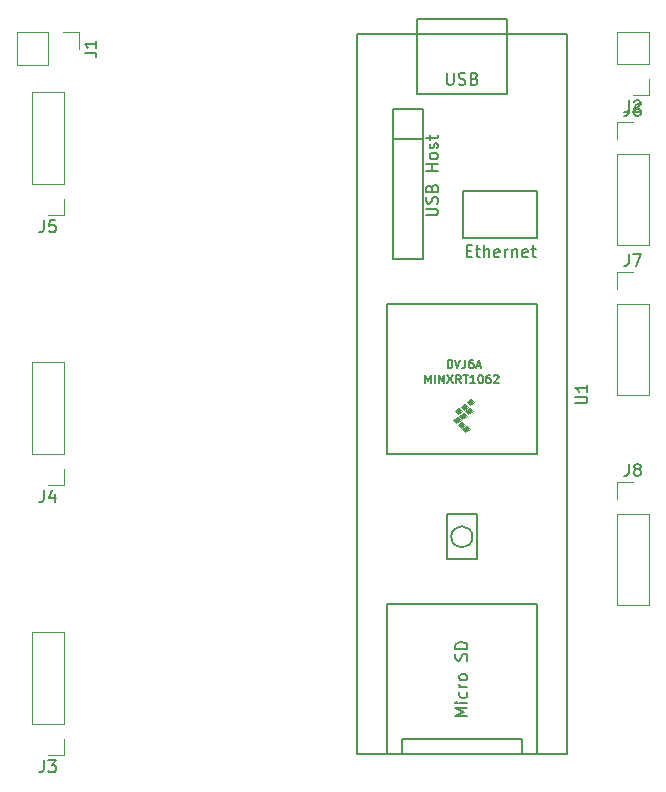
<source format=gbr>
%TF.GenerationSoftware,KiCad,Pcbnew,9.0.2*%
%TF.CreationDate,2025-07-16T11:30:41+01:00*%
%TF.ProjectId,High Tech Fidget Spinner,48696768-2054-4656-9368-204669646765,rev?*%
%TF.SameCoordinates,Original*%
%TF.FileFunction,Legend,Top*%
%TF.FilePolarity,Positive*%
%FSLAX46Y46*%
G04 Gerber Fmt 4.6, Leading zero omitted, Abs format (unit mm)*
G04 Created by KiCad (PCBNEW 9.0.2) date 2025-07-16 11:30:41*
%MOMM*%
%LPD*%
G01*
G04 APERTURE LIST*
%ADD10C,0.150000*%
%ADD11C,0.120000*%
%ADD12C,0.100000*%
G04 APERTURE END LIST*
D10*
X36496666Y-43744819D02*
X36496666Y-44459104D01*
X36496666Y-44459104D02*
X36449047Y-44601961D01*
X36449047Y-44601961D02*
X36353809Y-44697200D01*
X36353809Y-44697200D02*
X36210952Y-44744819D01*
X36210952Y-44744819D02*
X36115714Y-44744819D01*
X37449047Y-43744819D02*
X36972857Y-43744819D01*
X36972857Y-43744819D02*
X36925238Y-44221009D01*
X36925238Y-44221009D02*
X36972857Y-44173390D01*
X36972857Y-44173390D02*
X37068095Y-44125771D01*
X37068095Y-44125771D02*
X37306190Y-44125771D01*
X37306190Y-44125771D02*
X37401428Y-44173390D01*
X37401428Y-44173390D02*
X37449047Y-44221009D01*
X37449047Y-44221009D02*
X37496666Y-44316247D01*
X37496666Y-44316247D02*
X37496666Y-44554342D01*
X37496666Y-44554342D02*
X37449047Y-44649580D01*
X37449047Y-44649580D02*
X37401428Y-44697200D01*
X37401428Y-44697200D02*
X37306190Y-44744819D01*
X37306190Y-44744819D02*
X37068095Y-44744819D01*
X37068095Y-44744819D02*
X36972857Y-44697200D01*
X36972857Y-44697200D02*
X36925238Y-44649580D01*
X81494019Y-59232704D02*
X82303542Y-59232704D01*
X82303542Y-59232704D02*
X82398780Y-59185085D01*
X82398780Y-59185085D02*
X82446400Y-59137466D01*
X82446400Y-59137466D02*
X82494019Y-59042228D01*
X82494019Y-59042228D02*
X82494019Y-58851752D01*
X82494019Y-58851752D02*
X82446400Y-58756514D01*
X82446400Y-58756514D02*
X82398780Y-58708895D01*
X82398780Y-58708895D02*
X82303542Y-58661276D01*
X82303542Y-58661276D02*
X81494019Y-58661276D01*
X82494019Y-57661276D02*
X82494019Y-58232704D01*
X82494019Y-57946990D02*
X81494019Y-57946990D01*
X81494019Y-57946990D02*
X81636876Y-58042228D01*
X81636876Y-58042228D02*
X81732114Y-58137466D01*
X81732114Y-58137466D02*
X81779733Y-58232704D01*
X70675866Y-56246833D02*
X70675866Y-55546833D01*
X70675866Y-55546833D02*
X70842533Y-55546833D01*
X70842533Y-55546833D02*
X70942533Y-55580166D01*
X70942533Y-55580166D02*
X71009200Y-55646833D01*
X71009200Y-55646833D02*
X71042533Y-55713500D01*
X71042533Y-55713500D02*
X71075866Y-55846833D01*
X71075866Y-55846833D02*
X71075866Y-55946833D01*
X71075866Y-55946833D02*
X71042533Y-56080166D01*
X71042533Y-56080166D02*
X71009200Y-56146833D01*
X71009200Y-56146833D02*
X70942533Y-56213500D01*
X70942533Y-56213500D02*
X70842533Y-56246833D01*
X70842533Y-56246833D02*
X70675866Y-56246833D01*
X71275866Y-55546833D02*
X71509200Y-56246833D01*
X71509200Y-56246833D02*
X71742533Y-55546833D01*
X72175866Y-55546833D02*
X72175866Y-56046833D01*
X72175866Y-56046833D02*
X72142533Y-56146833D01*
X72142533Y-56146833D02*
X72075866Y-56213500D01*
X72075866Y-56213500D02*
X71975866Y-56246833D01*
X71975866Y-56246833D02*
X71909200Y-56246833D01*
X72809199Y-55546833D02*
X72675866Y-55546833D01*
X72675866Y-55546833D02*
X72609199Y-55580166D01*
X72609199Y-55580166D02*
X72575866Y-55613500D01*
X72575866Y-55613500D02*
X72509199Y-55713500D01*
X72509199Y-55713500D02*
X72475866Y-55846833D01*
X72475866Y-55846833D02*
X72475866Y-56113500D01*
X72475866Y-56113500D02*
X72509199Y-56180166D01*
X72509199Y-56180166D02*
X72542533Y-56213500D01*
X72542533Y-56213500D02*
X72609199Y-56246833D01*
X72609199Y-56246833D02*
X72742533Y-56246833D01*
X72742533Y-56246833D02*
X72809199Y-56213500D01*
X72809199Y-56213500D02*
X72842533Y-56180166D01*
X72842533Y-56180166D02*
X72875866Y-56113500D01*
X72875866Y-56113500D02*
X72875866Y-55946833D01*
X72875866Y-55946833D02*
X72842533Y-55880166D01*
X72842533Y-55880166D02*
X72809199Y-55846833D01*
X72809199Y-55846833D02*
X72742533Y-55813500D01*
X72742533Y-55813500D02*
X72609199Y-55813500D01*
X72609199Y-55813500D02*
X72542533Y-55846833D01*
X72542533Y-55846833D02*
X72509199Y-55880166D01*
X72509199Y-55880166D02*
X72475866Y-55946833D01*
X73142533Y-56046833D02*
X73475866Y-56046833D01*
X73075866Y-56246833D02*
X73309200Y-55546833D01*
X73309200Y-55546833D02*
X73542533Y-56246833D01*
X68795866Y-57516833D02*
X68795866Y-56816833D01*
X68795866Y-56816833D02*
X69029200Y-57316833D01*
X69029200Y-57316833D02*
X69262533Y-56816833D01*
X69262533Y-56816833D02*
X69262533Y-57516833D01*
X69595866Y-57516833D02*
X69595866Y-56816833D01*
X69929199Y-57516833D02*
X69929199Y-56816833D01*
X69929199Y-56816833D02*
X70162533Y-57316833D01*
X70162533Y-57316833D02*
X70395866Y-56816833D01*
X70395866Y-56816833D02*
X70395866Y-57516833D01*
X70662533Y-56816833D02*
X71129199Y-57516833D01*
X71129199Y-56816833D02*
X70662533Y-57516833D01*
X71795866Y-57516833D02*
X71562533Y-57183500D01*
X71395866Y-57516833D02*
X71395866Y-56816833D01*
X71395866Y-56816833D02*
X71662533Y-56816833D01*
X71662533Y-56816833D02*
X71729200Y-56850166D01*
X71729200Y-56850166D02*
X71762533Y-56883500D01*
X71762533Y-56883500D02*
X71795866Y-56950166D01*
X71795866Y-56950166D02*
X71795866Y-57050166D01*
X71795866Y-57050166D02*
X71762533Y-57116833D01*
X71762533Y-57116833D02*
X71729200Y-57150166D01*
X71729200Y-57150166D02*
X71662533Y-57183500D01*
X71662533Y-57183500D02*
X71395866Y-57183500D01*
X71995866Y-56816833D02*
X72395866Y-56816833D01*
X72195866Y-57516833D02*
X72195866Y-56816833D01*
X72995866Y-57516833D02*
X72595866Y-57516833D01*
X72795866Y-57516833D02*
X72795866Y-56816833D01*
X72795866Y-56816833D02*
X72729199Y-56916833D01*
X72729199Y-56916833D02*
X72662533Y-56983500D01*
X72662533Y-56983500D02*
X72595866Y-57016833D01*
X73429200Y-56816833D02*
X73495866Y-56816833D01*
X73495866Y-56816833D02*
X73562533Y-56850166D01*
X73562533Y-56850166D02*
X73595866Y-56883500D01*
X73595866Y-56883500D02*
X73629200Y-56950166D01*
X73629200Y-56950166D02*
X73662533Y-57083500D01*
X73662533Y-57083500D02*
X73662533Y-57250166D01*
X73662533Y-57250166D02*
X73629200Y-57383500D01*
X73629200Y-57383500D02*
X73595866Y-57450166D01*
X73595866Y-57450166D02*
X73562533Y-57483500D01*
X73562533Y-57483500D02*
X73495866Y-57516833D01*
X73495866Y-57516833D02*
X73429200Y-57516833D01*
X73429200Y-57516833D02*
X73362533Y-57483500D01*
X73362533Y-57483500D02*
X73329200Y-57450166D01*
X73329200Y-57450166D02*
X73295866Y-57383500D01*
X73295866Y-57383500D02*
X73262533Y-57250166D01*
X73262533Y-57250166D02*
X73262533Y-57083500D01*
X73262533Y-57083500D02*
X73295866Y-56950166D01*
X73295866Y-56950166D02*
X73329200Y-56883500D01*
X73329200Y-56883500D02*
X73362533Y-56850166D01*
X73362533Y-56850166D02*
X73429200Y-56816833D01*
X74262533Y-56816833D02*
X74129200Y-56816833D01*
X74129200Y-56816833D02*
X74062533Y-56850166D01*
X74062533Y-56850166D02*
X74029200Y-56883500D01*
X74029200Y-56883500D02*
X73962533Y-56983500D01*
X73962533Y-56983500D02*
X73929200Y-57116833D01*
X73929200Y-57116833D02*
X73929200Y-57383500D01*
X73929200Y-57383500D02*
X73962533Y-57450166D01*
X73962533Y-57450166D02*
X73995867Y-57483500D01*
X73995867Y-57483500D02*
X74062533Y-57516833D01*
X74062533Y-57516833D02*
X74195867Y-57516833D01*
X74195867Y-57516833D02*
X74262533Y-57483500D01*
X74262533Y-57483500D02*
X74295867Y-57450166D01*
X74295867Y-57450166D02*
X74329200Y-57383500D01*
X74329200Y-57383500D02*
X74329200Y-57216833D01*
X74329200Y-57216833D02*
X74295867Y-57150166D01*
X74295867Y-57150166D02*
X74262533Y-57116833D01*
X74262533Y-57116833D02*
X74195867Y-57083500D01*
X74195867Y-57083500D02*
X74062533Y-57083500D01*
X74062533Y-57083500D02*
X73995867Y-57116833D01*
X73995867Y-57116833D02*
X73962533Y-57150166D01*
X73962533Y-57150166D02*
X73929200Y-57216833D01*
X74595867Y-56883500D02*
X74629200Y-56850166D01*
X74629200Y-56850166D02*
X74695867Y-56816833D01*
X74695867Y-56816833D02*
X74862534Y-56816833D01*
X74862534Y-56816833D02*
X74929200Y-56850166D01*
X74929200Y-56850166D02*
X74962534Y-56883500D01*
X74962534Y-56883500D02*
X74995867Y-56950166D01*
X74995867Y-56950166D02*
X74995867Y-57016833D01*
X74995867Y-57016833D02*
X74962534Y-57116833D01*
X74962534Y-57116833D02*
X74562534Y-57516833D01*
X74562534Y-57516833D02*
X74995867Y-57516833D01*
X72334019Y-85719847D02*
X71334019Y-85719847D01*
X71334019Y-85719847D02*
X72048304Y-85386514D01*
X72048304Y-85386514D02*
X71334019Y-85053181D01*
X71334019Y-85053181D02*
X72334019Y-85053181D01*
X72334019Y-84576990D02*
X71667352Y-84576990D01*
X71334019Y-84576990D02*
X71381638Y-84624609D01*
X71381638Y-84624609D02*
X71429257Y-84576990D01*
X71429257Y-84576990D02*
X71381638Y-84529371D01*
X71381638Y-84529371D02*
X71334019Y-84576990D01*
X71334019Y-84576990D02*
X71429257Y-84576990D01*
X72286400Y-83672229D02*
X72334019Y-83767467D01*
X72334019Y-83767467D02*
X72334019Y-83957943D01*
X72334019Y-83957943D02*
X72286400Y-84053181D01*
X72286400Y-84053181D02*
X72238780Y-84100800D01*
X72238780Y-84100800D02*
X72143542Y-84148419D01*
X72143542Y-84148419D02*
X71857828Y-84148419D01*
X71857828Y-84148419D02*
X71762590Y-84100800D01*
X71762590Y-84100800D02*
X71714971Y-84053181D01*
X71714971Y-84053181D02*
X71667352Y-83957943D01*
X71667352Y-83957943D02*
X71667352Y-83767467D01*
X71667352Y-83767467D02*
X71714971Y-83672229D01*
X72334019Y-83243657D02*
X71667352Y-83243657D01*
X71857828Y-83243657D02*
X71762590Y-83196038D01*
X71762590Y-83196038D02*
X71714971Y-83148419D01*
X71714971Y-83148419D02*
X71667352Y-83053181D01*
X71667352Y-83053181D02*
X71667352Y-82957943D01*
X72334019Y-82481752D02*
X72286400Y-82576990D01*
X72286400Y-82576990D02*
X72238780Y-82624609D01*
X72238780Y-82624609D02*
X72143542Y-82672228D01*
X72143542Y-82672228D02*
X71857828Y-82672228D01*
X71857828Y-82672228D02*
X71762590Y-82624609D01*
X71762590Y-82624609D02*
X71714971Y-82576990D01*
X71714971Y-82576990D02*
X71667352Y-82481752D01*
X71667352Y-82481752D02*
X71667352Y-82338895D01*
X71667352Y-82338895D02*
X71714971Y-82243657D01*
X71714971Y-82243657D02*
X71762590Y-82196038D01*
X71762590Y-82196038D02*
X71857828Y-82148419D01*
X71857828Y-82148419D02*
X72143542Y-82148419D01*
X72143542Y-82148419D02*
X72238780Y-82196038D01*
X72238780Y-82196038D02*
X72286400Y-82243657D01*
X72286400Y-82243657D02*
X72334019Y-82338895D01*
X72334019Y-82338895D02*
X72334019Y-82481752D01*
X72286400Y-81005561D02*
X72334019Y-80862704D01*
X72334019Y-80862704D02*
X72334019Y-80624609D01*
X72334019Y-80624609D02*
X72286400Y-80529371D01*
X72286400Y-80529371D02*
X72238780Y-80481752D01*
X72238780Y-80481752D02*
X72143542Y-80434133D01*
X72143542Y-80434133D02*
X72048304Y-80434133D01*
X72048304Y-80434133D02*
X71953066Y-80481752D01*
X71953066Y-80481752D02*
X71905447Y-80529371D01*
X71905447Y-80529371D02*
X71857828Y-80624609D01*
X71857828Y-80624609D02*
X71810209Y-80815085D01*
X71810209Y-80815085D02*
X71762590Y-80910323D01*
X71762590Y-80910323D02*
X71714971Y-80957942D01*
X71714971Y-80957942D02*
X71619733Y-81005561D01*
X71619733Y-81005561D02*
X71524495Y-81005561D01*
X71524495Y-81005561D02*
X71429257Y-80957942D01*
X71429257Y-80957942D02*
X71381638Y-80910323D01*
X71381638Y-80910323D02*
X71334019Y-80815085D01*
X71334019Y-80815085D02*
X71334019Y-80576990D01*
X71334019Y-80576990D02*
X71381638Y-80434133D01*
X72334019Y-80005561D02*
X71334019Y-80005561D01*
X71334019Y-80005561D02*
X71334019Y-79767466D01*
X71334019Y-79767466D02*
X71381638Y-79624609D01*
X71381638Y-79624609D02*
X71476876Y-79529371D01*
X71476876Y-79529371D02*
X71572114Y-79481752D01*
X71572114Y-79481752D02*
X71762590Y-79434133D01*
X71762590Y-79434133D02*
X71905447Y-79434133D01*
X71905447Y-79434133D02*
X72095923Y-79481752D01*
X72095923Y-79481752D02*
X72191161Y-79529371D01*
X72191161Y-79529371D02*
X72286400Y-79624609D01*
X72286400Y-79624609D02*
X72334019Y-79767466D01*
X72334019Y-79767466D02*
X72334019Y-80005561D01*
X70617295Y-31255619D02*
X70617295Y-32065142D01*
X70617295Y-32065142D02*
X70664914Y-32160380D01*
X70664914Y-32160380D02*
X70712533Y-32208000D01*
X70712533Y-32208000D02*
X70807771Y-32255619D01*
X70807771Y-32255619D02*
X70998247Y-32255619D01*
X70998247Y-32255619D02*
X71093485Y-32208000D01*
X71093485Y-32208000D02*
X71141104Y-32160380D01*
X71141104Y-32160380D02*
X71188723Y-32065142D01*
X71188723Y-32065142D02*
X71188723Y-31255619D01*
X71617295Y-32208000D02*
X71760152Y-32255619D01*
X71760152Y-32255619D02*
X71998247Y-32255619D01*
X71998247Y-32255619D02*
X72093485Y-32208000D01*
X72093485Y-32208000D02*
X72141104Y-32160380D01*
X72141104Y-32160380D02*
X72188723Y-32065142D01*
X72188723Y-32065142D02*
X72188723Y-31969904D01*
X72188723Y-31969904D02*
X72141104Y-31874666D01*
X72141104Y-31874666D02*
X72093485Y-31827047D01*
X72093485Y-31827047D02*
X71998247Y-31779428D01*
X71998247Y-31779428D02*
X71807771Y-31731809D01*
X71807771Y-31731809D02*
X71712533Y-31684190D01*
X71712533Y-31684190D02*
X71664914Y-31636571D01*
X71664914Y-31636571D02*
X71617295Y-31541333D01*
X71617295Y-31541333D02*
X71617295Y-31446095D01*
X71617295Y-31446095D02*
X71664914Y-31350857D01*
X71664914Y-31350857D02*
X71712533Y-31303238D01*
X71712533Y-31303238D02*
X71807771Y-31255619D01*
X71807771Y-31255619D02*
X72045866Y-31255619D01*
X72045866Y-31255619D02*
X72188723Y-31303238D01*
X72950628Y-31731809D02*
X73093485Y-31779428D01*
X73093485Y-31779428D02*
X73141104Y-31827047D01*
X73141104Y-31827047D02*
X73188723Y-31922285D01*
X73188723Y-31922285D02*
X73188723Y-32065142D01*
X73188723Y-32065142D02*
X73141104Y-32160380D01*
X73141104Y-32160380D02*
X73093485Y-32208000D01*
X73093485Y-32208000D02*
X72998247Y-32255619D01*
X72998247Y-32255619D02*
X72617295Y-32255619D01*
X72617295Y-32255619D02*
X72617295Y-31255619D01*
X72617295Y-31255619D02*
X72950628Y-31255619D01*
X72950628Y-31255619D02*
X73045866Y-31303238D01*
X73045866Y-31303238D02*
X73093485Y-31350857D01*
X73093485Y-31350857D02*
X73141104Y-31446095D01*
X73141104Y-31446095D02*
X73141104Y-31541333D01*
X73141104Y-31541333D02*
X73093485Y-31636571D01*
X73093485Y-31636571D02*
X73045866Y-31684190D01*
X73045866Y-31684190D02*
X72950628Y-31731809D01*
X72950628Y-31731809D02*
X72617295Y-31731809D01*
X72298656Y-46336809D02*
X72631989Y-46336809D01*
X72774846Y-46860619D02*
X72298656Y-46860619D01*
X72298656Y-46860619D02*
X72298656Y-45860619D01*
X72298656Y-45860619D02*
X72774846Y-45860619D01*
X73060561Y-46193952D02*
X73441513Y-46193952D01*
X73203418Y-45860619D02*
X73203418Y-46717761D01*
X73203418Y-46717761D02*
X73251037Y-46813000D01*
X73251037Y-46813000D02*
X73346275Y-46860619D01*
X73346275Y-46860619D02*
X73441513Y-46860619D01*
X73774847Y-46860619D02*
X73774847Y-45860619D01*
X74203418Y-46860619D02*
X74203418Y-46336809D01*
X74203418Y-46336809D02*
X74155799Y-46241571D01*
X74155799Y-46241571D02*
X74060561Y-46193952D01*
X74060561Y-46193952D02*
X73917704Y-46193952D01*
X73917704Y-46193952D02*
X73822466Y-46241571D01*
X73822466Y-46241571D02*
X73774847Y-46289190D01*
X75060561Y-46813000D02*
X74965323Y-46860619D01*
X74965323Y-46860619D02*
X74774847Y-46860619D01*
X74774847Y-46860619D02*
X74679609Y-46813000D01*
X74679609Y-46813000D02*
X74631990Y-46717761D01*
X74631990Y-46717761D02*
X74631990Y-46336809D01*
X74631990Y-46336809D02*
X74679609Y-46241571D01*
X74679609Y-46241571D02*
X74774847Y-46193952D01*
X74774847Y-46193952D02*
X74965323Y-46193952D01*
X74965323Y-46193952D02*
X75060561Y-46241571D01*
X75060561Y-46241571D02*
X75108180Y-46336809D01*
X75108180Y-46336809D02*
X75108180Y-46432047D01*
X75108180Y-46432047D02*
X74631990Y-46527285D01*
X75536752Y-46860619D02*
X75536752Y-46193952D01*
X75536752Y-46384428D02*
X75584371Y-46289190D01*
X75584371Y-46289190D02*
X75631990Y-46241571D01*
X75631990Y-46241571D02*
X75727228Y-46193952D01*
X75727228Y-46193952D02*
X75822466Y-46193952D01*
X76155800Y-46193952D02*
X76155800Y-46860619D01*
X76155800Y-46289190D02*
X76203419Y-46241571D01*
X76203419Y-46241571D02*
X76298657Y-46193952D01*
X76298657Y-46193952D02*
X76441514Y-46193952D01*
X76441514Y-46193952D02*
X76536752Y-46241571D01*
X76536752Y-46241571D02*
X76584371Y-46336809D01*
X76584371Y-46336809D02*
X76584371Y-46860619D01*
X77441514Y-46813000D02*
X77346276Y-46860619D01*
X77346276Y-46860619D02*
X77155800Y-46860619D01*
X77155800Y-46860619D02*
X77060562Y-46813000D01*
X77060562Y-46813000D02*
X77012943Y-46717761D01*
X77012943Y-46717761D02*
X77012943Y-46336809D01*
X77012943Y-46336809D02*
X77060562Y-46241571D01*
X77060562Y-46241571D02*
X77155800Y-46193952D01*
X77155800Y-46193952D02*
X77346276Y-46193952D01*
X77346276Y-46193952D02*
X77441514Y-46241571D01*
X77441514Y-46241571D02*
X77489133Y-46336809D01*
X77489133Y-46336809D02*
X77489133Y-46432047D01*
X77489133Y-46432047D02*
X77012943Y-46527285D01*
X77774848Y-46193952D02*
X78155800Y-46193952D01*
X77917705Y-45860619D02*
X77917705Y-46717761D01*
X77917705Y-46717761D02*
X77965324Y-46813000D01*
X77965324Y-46813000D02*
X78060562Y-46860619D01*
X78060562Y-46860619D02*
X78155800Y-46860619D01*
X68844819Y-43314523D02*
X69654342Y-43314523D01*
X69654342Y-43314523D02*
X69749580Y-43266904D01*
X69749580Y-43266904D02*
X69797200Y-43219285D01*
X69797200Y-43219285D02*
X69844819Y-43124047D01*
X69844819Y-43124047D02*
X69844819Y-42933571D01*
X69844819Y-42933571D02*
X69797200Y-42838333D01*
X69797200Y-42838333D02*
X69749580Y-42790714D01*
X69749580Y-42790714D02*
X69654342Y-42743095D01*
X69654342Y-42743095D02*
X68844819Y-42743095D01*
X69797200Y-42314523D02*
X69844819Y-42171666D01*
X69844819Y-42171666D02*
X69844819Y-41933571D01*
X69844819Y-41933571D02*
X69797200Y-41838333D01*
X69797200Y-41838333D02*
X69749580Y-41790714D01*
X69749580Y-41790714D02*
X69654342Y-41743095D01*
X69654342Y-41743095D02*
X69559104Y-41743095D01*
X69559104Y-41743095D02*
X69463866Y-41790714D01*
X69463866Y-41790714D02*
X69416247Y-41838333D01*
X69416247Y-41838333D02*
X69368628Y-41933571D01*
X69368628Y-41933571D02*
X69321009Y-42124047D01*
X69321009Y-42124047D02*
X69273390Y-42219285D01*
X69273390Y-42219285D02*
X69225771Y-42266904D01*
X69225771Y-42266904D02*
X69130533Y-42314523D01*
X69130533Y-42314523D02*
X69035295Y-42314523D01*
X69035295Y-42314523D02*
X68940057Y-42266904D01*
X68940057Y-42266904D02*
X68892438Y-42219285D01*
X68892438Y-42219285D02*
X68844819Y-42124047D01*
X68844819Y-42124047D02*
X68844819Y-41885952D01*
X68844819Y-41885952D02*
X68892438Y-41743095D01*
X69321009Y-40981190D02*
X69368628Y-40838333D01*
X69368628Y-40838333D02*
X69416247Y-40790714D01*
X69416247Y-40790714D02*
X69511485Y-40743095D01*
X69511485Y-40743095D02*
X69654342Y-40743095D01*
X69654342Y-40743095D02*
X69749580Y-40790714D01*
X69749580Y-40790714D02*
X69797200Y-40838333D01*
X69797200Y-40838333D02*
X69844819Y-40933571D01*
X69844819Y-40933571D02*
X69844819Y-41314523D01*
X69844819Y-41314523D02*
X68844819Y-41314523D01*
X68844819Y-41314523D02*
X68844819Y-40981190D01*
X68844819Y-40981190D02*
X68892438Y-40885952D01*
X68892438Y-40885952D02*
X68940057Y-40838333D01*
X68940057Y-40838333D02*
X69035295Y-40790714D01*
X69035295Y-40790714D02*
X69130533Y-40790714D01*
X69130533Y-40790714D02*
X69225771Y-40838333D01*
X69225771Y-40838333D02*
X69273390Y-40885952D01*
X69273390Y-40885952D02*
X69321009Y-40981190D01*
X69321009Y-40981190D02*
X69321009Y-41314523D01*
X69844819Y-39552618D02*
X68844819Y-39552618D01*
X69321009Y-39552618D02*
X69321009Y-38981190D01*
X69844819Y-38981190D02*
X68844819Y-38981190D01*
X69844819Y-38362142D02*
X69797200Y-38457380D01*
X69797200Y-38457380D02*
X69749580Y-38504999D01*
X69749580Y-38504999D02*
X69654342Y-38552618D01*
X69654342Y-38552618D02*
X69368628Y-38552618D01*
X69368628Y-38552618D02*
X69273390Y-38504999D01*
X69273390Y-38504999D02*
X69225771Y-38457380D01*
X69225771Y-38457380D02*
X69178152Y-38362142D01*
X69178152Y-38362142D02*
X69178152Y-38219285D01*
X69178152Y-38219285D02*
X69225771Y-38124047D01*
X69225771Y-38124047D02*
X69273390Y-38076428D01*
X69273390Y-38076428D02*
X69368628Y-38028809D01*
X69368628Y-38028809D02*
X69654342Y-38028809D01*
X69654342Y-38028809D02*
X69749580Y-38076428D01*
X69749580Y-38076428D02*
X69797200Y-38124047D01*
X69797200Y-38124047D02*
X69844819Y-38219285D01*
X69844819Y-38219285D02*
X69844819Y-38362142D01*
X69797200Y-37647856D02*
X69844819Y-37552618D01*
X69844819Y-37552618D02*
X69844819Y-37362142D01*
X69844819Y-37362142D02*
X69797200Y-37266904D01*
X69797200Y-37266904D02*
X69701961Y-37219285D01*
X69701961Y-37219285D02*
X69654342Y-37219285D01*
X69654342Y-37219285D02*
X69559104Y-37266904D01*
X69559104Y-37266904D02*
X69511485Y-37362142D01*
X69511485Y-37362142D02*
X69511485Y-37504999D01*
X69511485Y-37504999D02*
X69463866Y-37600237D01*
X69463866Y-37600237D02*
X69368628Y-37647856D01*
X69368628Y-37647856D02*
X69321009Y-37647856D01*
X69321009Y-37647856D02*
X69225771Y-37600237D01*
X69225771Y-37600237D02*
X69178152Y-37504999D01*
X69178152Y-37504999D02*
X69178152Y-37362142D01*
X69178152Y-37362142D02*
X69225771Y-37266904D01*
X69178152Y-36933570D02*
X69178152Y-36552618D01*
X68844819Y-36790713D02*
X69701961Y-36790713D01*
X69701961Y-36790713D02*
X69797200Y-36743094D01*
X69797200Y-36743094D02*
X69844819Y-36647856D01*
X69844819Y-36647856D02*
X69844819Y-36552618D01*
X86026666Y-64384819D02*
X86026666Y-65099104D01*
X86026666Y-65099104D02*
X85979047Y-65241961D01*
X85979047Y-65241961D02*
X85883809Y-65337200D01*
X85883809Y-65337200D02*
X85740952Y-65384819D01*
X85740952Y-65384819D02*
X85645714Y-65384819D01*
X86645714Y-64813390D02*
X86550476Y-64765771D01*
X86550476Y-64765771D02*
X86502857Y-64718152D01*
X86502857Y-64718152D02*
X86455238Y-64622914D01*
X86455238Y-64622914D02*
X86455238Y-64575295D01*
X86455238Y-64575295D02*
X86502857Y-64480057D01*
X86502857Y-64480057D02*
X86550476Y-64432438D01*
X86550476Y-64432438D02*
X86645714Y-64384819D01*
X86645714Y-64384819D02*
X86836190Y-64384819D01*
X86836190Y-64384819D02*
X86931428Y-64432438D01*
X86931428Y-64432438D02*
X86979047Y-64480057D01*
X86979047Y-64480057D02*
X87026666Y-64575295D01*
X87026666Y-64575295D02*
X87026666Y-64622914D01*
X87026666Y-64622914D02*
X86979047Y-64718152D01*
X86979047Y-64718152D02*
X86931428Y-64765771D01*
X86931428Y-64765771D02*
X86836190Y-64813390D01*
X86836190Y-64813390D02*
X86645714Y-64813390D01*
X86645714Y-64813390D02*
X86550476Y-64861009D01*
X86550476Y-64861009D02*
X86502857Y-64908628D01*
X86502857Y-64908628D02*
X86455238Y-65003866D01*
X86455238Y-65003866D02*
X86455238Y-65194342D01*
X86455238Y-65194342D02*
X86502857Y-65289580D01*
X86502857Y-65289580D02*
X86550476Y-65337200D01*
X86550476Y-65337200D02*
X86645714Y-65384819D01*
X86645714Y-65384819D02*
X86836190Y-65384819D01*
X86836190Y-65384819D02*
X86931428Y-65337200D01*
X86931428Y-65337200D02*
X86979047Y-65289580D01*
X86979047Y-65289580D02*
X87026666Y-65194342D01*
X87026666Y-65194342D02*
X87026666Y-65003866D01*
X87026666Y-65003866D02*
X86979047Y-64908628D01*
X86979047Y-64908628D02*
X86931428Y-64861009D01*
X86931428Y-64861009D02*
X86836190Y-64813390D01*
X86026666Y-46604819D02*
X86026666Y-47319104D01*
X86026666Y-47319104D02*
X85979047Y-47461961D01*
X85979047Y-47461961D02*
X85883809Y-47557200D01*
X85883809Y-47557200D02*
X85740952Y-47604819D01*
X85740952Y-47604819D02*
X85645714Y-47604819D01*
X86407619Y-46604819D02*
X87074285Y-46604819D01*
X87074285Y-46604819D02*
X86645714Y-47604819D01*
X86026666Y-33904819D02*
X86026666Y-34619104D01*
X86026666Y-34619104D02*
X85979047Y-34761961D01*
X85979047Y-34761961D02*
X85883809Y-34857200D01*
X85883809Y-34857200D02*
X85740952Y-34904819D01*
X85740952Y-34904819D02*
X85645714Y-34904819D01*
X86931428Y-33904819D02*
X86740952Y-33904819D01*
X86740952Y-33904819D02*
X86645714Y-33952438D01*
X86645714Y-33952438D02*
X86598095Y-34000057D01*
X86598095Y-34000057D02*
X86502857Y-34142914D01*
X86502857Y-34142914D02*
X86455238Y-34333390D01*
X86455238Y-34333390D02*
X86455238Y-34714342D01*
X86455238Y-34714342D02*
X86502857Y-34809580D01*
X86502857Y-34809580D02*
X86550476Y-34857200D01*
X86550476Y-34857200D02*
X86645714Y-34904819D01*
X86645714Y-34904819D02*
X86836190Y-34904819D01*
X86836190Y-34904819D02*
X86931428Y-34857200D01*
X86931428Y-34857200D02*
X86979047Y-34809580D01*
X86979047Y-34809580D02*
X87026666Y-34714342D01*
X87026666Y-34714342D02*
X87026666Y-34476247D01*
X87026666Y-34476247D02*
X86979047Y-34381009D01*
X86979047Y-34381009D02*
X86931428Y-34333390D01*
X86931428Y-34333390D02*
X86836190Y-34285771D01*
X86836190Y-34285771D02*
X86645714Y-34285771D01*
X86645714Y-34285771D02*
X86550476Y-34333390D01*
X86550476Y-34333390D02*
X86502857Y-34381009D01*
X86502857Y-34381009D02*
X86455238Y-34476247D01*
X36496666Y-66604819D02*
X36496666Y-67319104D01*
X36496666Y-67319104D02*
X36449047Y-67461961D01*
X36449047Y-67461961D02*
X36353809Y-67557200D01*
X36353809Y-67557200D02*
X36210952Y-67604819D01*
X36210952Y-67604819D02*
X36115714Y-67604819D01*
X37401428Y-66938152D02*
X37401428Y-67604819D01*
X37163333Y-66557200D02*
X36925238Y-67271485D01*
X36925238Y-67271485D02*
X37544285Y-67271485D01*
X36496666Y-89464819D02*
X36496666Y-90179104D01*
X36496666Y-90179104D02*
X36449047Y-90321961D01*
X36449047Y-90321961D02*
X36353809Y-90417200D01*
X36353809Y-90417200D02*
X36210952Y-90464819D01*
X36210952Y-90464819D02*
X36115714Y-90464819D01*
X36877619Y-89464819D02*
X37496666Y-89464819D01*
X37496666Y-89464819D02*
X37163333Y-89845771D01*
X37163333Y-89845771D02*
X37306190Y-89845771D01*
X37306190Y-89845771D02*
X37401428Y-89893390D01*
X37401428Y-89893390D02*
X37449047Y-89941009D01*
X37449047Y-89941009D02*
X37496666Y-90036247D01*
X37496666Y-90036247D02*
X37496666Y-90274342D01*
X37496666Y-90274342D02*
X37449047Y-90369580D01*
X37449047Y-90369580D02*
X37401428Y-90417200D01*
X37401428Y-90417200D02*
X37306190Y-90464819D01*
X37306190Y-90464819D02*
X37020476Y-90464819D01*
X37020476Y-90464819D02*
X36925238Y-90417200D01*
X36925238Y-90417200D02*
X36877619Y-90369580D01*
X86026666Y-33584819D02*
X86026666Y-34299104D01*
X86026666Y-34299104D02*
X85979047Y-34441961D01*
X85979047Y-34441961D02*
X85883809Y-34537200D01*
X85883809Y-34537200D02*
X85740952Y-34584819D01*
X85740952Y-34584819D02*
X85645714Y-34584819D01*
X86455238Y-33680057D02*
X86502857Y-33632438D01*
X86502857Y-33632438D02*
X86598095Y-33584819D01*
X86598095Y-33584819D02*
X86836190Y-33584819D01*
X86836190Y-33584819D02*
X86931428Y-33632438D01*
X86931428Y-33632438D02*
X86979047Y-33680057D01*
X86979047Y-33680057D02*
X87026666Y-33775295D01*
X87026666Y-33775295D02*
X87026666Y-33870533D01*
X87026666Y-33870533D02*
X86979047Y-34013390D01*
X86979047Y-34013390D02*
X86407619Y-34584819D01*
X86407619Y-34584819D02*
X87026666Y-34584819D01*
X39934819Y-29543333D02*
X40649104Y-29543333D01*
X40649104Y-29543333D02*
X40791961Y-29590952D01*
X40791961Y-29590952D02*
X40887200Y-29686190D01*
X40887200Y-29686190D02*
X40934819Y-29829047D01*
X40934819Y-29829047D02*
X40934819Y-29924285D01*
X40934819Y-28543333D02*
X40934819Y-29114761D01*
X40934819Y-28829047D02*
X39934819Y-28829047D01*
X39934819Y-28829047D02*
X40077676Y-28924285D01*
X40077676Y-28924285D02*
X40172914Y-29019523D01*
X40172914Y-29019523D02*
X40220533Y-29114761D01*
D11*
%TO.C,J5*%
X35450000Y-40640000D02*
X35450000Y-32910000D01*
X38210000Y-32910000D02*
X35450000Y-32910000D01*
X38210000Y-40640000D02*
X35450000Y-40640000D01*
X38210000Y-40640000D02*
X38210000Y-32910000D01*
X38210000Y-41910000D02*
X38210000Y-43290000D01*
X38210000Y-43290000D02*
X36830000Y-43290000D01*
D10*
%TO.C,U1*%
X72777226Y-70535800D02*
G75*
G02*
X70981174Y-70535800I-898026J0D01*
G01*
X70981174Y-70535800D02*
G75*
G02*
X72777226Y-70535800I898026J0D01*
G01*
X78229200Y-50850800D02*
X65529200Y-50850800D01*
X78229200Y-63550800D02*
X78229200Y-50850800D01*
X65529200Y-63550800D02*
X78229200Y-63550800D01*
X65529200Y-50850800D02*
X65529200Y-63550800D01*
X78230800Y-41220800D02*
X77980800Y-41220800D01*
X78230800Y-45220800D02*
X78230800Y-41220800D01*
X71980800Y-45220800D02*
X78230800Y-45220800D01*
X71980800Y-41220800D02*
X71980800Y-45220800D01*
X77980800Y-41220800D02*
X71980800Y-41220800D01*
X68580000Y-36830000D02*
X66040000Y-36830000D01*
X68580000Y-34290000D02*
X68580000Y-36830000D01*
X66040000Y-34290000D02*
X68580000Y-34290000D01*
X66040000Y-46990000D02*
X66040000Y-34290000D01*
X68580000Y-46990000D02*
X66040000Y-46990000D01*
X68580000Y-34290000D02*
X68580000Y-46990000D01*
X73149200Y-68630800D02*
X73149200Y-72440800D01*
X70609200Y-68630800D02*
X73149200Y-68630800D01*
X70609200Y-72440800D02*
X70609200Y-68630800D01*
X73149200Y-72440800D02*
X70609200Y-72440800D01*
X66799200Y-87680800D02*
X66799200Y-88950800D01*
X76959200Y-87680800D02*
X66799200Y-87680800D01*
X76959200Y-88950800D02*
X76959200Y-87680800D01*
X65529200Y-76250800D02*
X65529200Y-88950800D01*
X78229200Y-76250800D02*
X65529200Y-76250800D01*
X78229200Y-88950800D02*
X78229200Y-76250800D01*
X68069200Y-27990800D02*
X68069200Y-26720800D01*
X68069200Y-26720800D02*
X75689200Y-26720800D01*
X75689200Y-26720800D02*
X75689200Y-27990800D01*
X68069200Y-33070800D02*
X75689200Y-33070800D01*
X75689200Y-33070800D02*
X75689200Y-27990800D01*
X68069200Y-33070800D02*
X68069200Y-27990800D01*
X80769200Y-27990800D02*
X80769200Y-88950800D01*
X80769200Y-88950800D02*
X62989200Y-88950800D01*
X62989200Y-88950800D02*
X62989200Y-27990800D01*
X62989200Y-27990800D02*
X80769200Y-27990800D01*
D12*
X71805200Y-60651800D02*
X71424200Y-60905800D01*
X71170200Y-60651800D01*
X71551200Y-60397800D01*
X71805200Y-60651800D01*
G36*
X71805200Y-60651800D02*
G01*
X71424200Y-60905800D01*
X71170200Y-60651800D01*
X71551200Y-60397800D01*
X71805200Y-60651800D01*
G37*
X72313200Y-60270800D02*
X71932200Y-60524800D01*
X71678200Y-60270800D01*
X72059200Y-60016800D01*
X72313200Y-60270800D01*
G36*
X72313200Y-60270800D02*
G01*
X71932200Y-60524800D01*
X71678200Y-60270800D01*
X72059200Y-60016800D01*
X72313200Y-60270800D01*
G37*
X72821200Y-59889800D02*
X72440200Y-60143800D01*
X72186200Y-59889800D01*
X72567200Y-59635800D01*
X72821200Y-59889800D01*
G36*
X72821200Y-59889800D02*
G01*
X72440200Y-60143800D01*
X72186200Y-59889800D01*
X72567200Y-59635800D01*
X72821200Y-59889800D01*
G37*
X71932200Y-59889800D02*
X71551200Y-60143800D01*
X71297200Y-59889800D01*
X71678200Y-59635800D01*
X71932200Y-59889800D01*
G36*
X71932200Y-59889800D02*
G01*
X71551200Y-60143800D01*
X71297200Y-59889800D01*
X71678200Y-59635800D01*
X71932200Y-59889800D01*
G37*
X72440200Y-59508800D02*
X72059200Y-59762800D01*
X71805200Y-59508800D01*
X72186200Y-59254800D01*
X72440200Y-59508800D01*
G36*
X72440200Y-59508800D02*
G01*
X72059200Y-59762800D01*
X71805200Y-59508800D01*
X72186200Y-59254800D01*
X72440200Y-59508800D01*
G37*
X72948200Y-59127800D02*
X72567200Y-59381800D01*
X72313200Y-59127800D01*
X72694200Y-58873800D01*
X72948200Y-59127800D01*
G36*
X72948200Y-59127800D02*
G01*
X72567200Y-59381800D01*
X72313200Y-59127800D01*
X72694200Y-58873800D01*
X72948200Y-59127800D01*
G37*
X72186200Y-61032800D02*
X71805200Y-61286800D01*
X71551200Y-61032800D01*
X71932200Y-60778800D01*
X72186200Y-61032800D01*
G36*
X72186200Y-61032800D02*
G01*
X71805200Y-61286800D01*
X71551200Y-61032800D01*
X71932200Y-60778800D01*
X72186200Y-61032800D01*
G37*
X72567200Y-61413800D02*
X72186200Y-61667800D01*
X71932200Y-61413800D01*
X72313200Y-61159800D01*
X72567200Y-61413800D01*
G36*
X72567200Y-61413800D02*
G01*
X72186200Y-61667800D01*
X71932200Y-61413800D01*
X72313200Y-61159800D01*
X72567200Y-61413800D01*
G37*
D11*
%TO.C,J8*%
X84980000Y-65930000D02*
X86360000Y-65930000D01*
X84980000Y-67310000D02*
X84980000Y-65930000D01*
X84980000Y-68580000D02*
X84980000Y-76310000D01*
X84980000Y-68580000D02*
X87740000Y-68580000D01*
X84980000Y-76310000D02*
X87740000Y-76310000D01*
X87740000Y-68580000D02*
X87740000Y-76310000D01*
%TO.C,J7*%
X84980000Y-48150000D02*
X86360000Y-48150000D01*
X84980000Y-49530000D02*
X84980000Y-48150000D01*
X84980000Y-50800000D02*
X84980000Y-58530000D01*
X84980000Y-50800000D02*
X87740000Y-50800000D01*
X84980000Y-58530000D02*
X87740000Y-58530000D01*
X87740000Y-50800000D02*
X87740000Y-58530000D01*
%TO.C,J6*%
X84980000Y-35450000D02*
X86360000Y-35450000D01*
X84980000Y-36830000D02*
X84980000Y-35450000D01*
X84980000Y-38100000D02*
X84980000Y-45830000D01*
X84980000Y-38100000D02*
X87740000Y-38100000D01*
X84980000Y-45830000D02*
X87740000Y-45830000D01*
X87740000Y-38100000D02*
X87740000Y-45830000D01*
%TO.C,J4*%
X38210000Y-66150000D02*
X36830000Y-66150000D01*
X38210000Y-64770000D02*
X38210000Y-66150000D01*
X38210000Y-63500000D02*
X38210000Y-55770000D01*
X38210000Y-63500000D02*
X35450000Y-63500000D01*
X38210000Y-55770000D02*
X35450000Y-55770000D01*
X35450000Y-63500000D02*
X35450000Y-55770000D01*
%TO.C,J3*%
X38210000Y-89010000D02*
X36830000Y-89010000D01*
X38210000Y-87630000D02*
X38210000Y-89010000D01*
X38210000Y-86360000D02*
X38210000Y-78630000D01*
X38210000Y-86360000D02*
X35450000Y-86360000D01*
X38210000Y-78630000D02*
X35450000Y-78630000D01*
X35450000Y-86360000D02*
X35450000Y-78630000D01*
%TO.C,J2*%
X87740000Y-33130000D02*
X86360000Y-33130000D01*
X87740000Y-31750000D02*
X87740000Y-33130000D01*
X87740000Y-30480000D02*
X87740000Y-27830000D01*
X87740000Y-30480000D02*
X84980000Y-30480000D01*
X87740000Y-27830000D02*
X84980000Y-27830000D01*
X84980000Y-30480000D02*
X84980000Y-27830000D01*
%TO.C,J1*%
X39480000Y-27830000D02*
X39480000Y-29210000D01*
X38100000Y-27830000D02*
X39480000Y-27830000D01*
X36830000Y-27830000D02*
X34180000Y-27830000D01*
X36830000Y-27830000D02*
X36830000Y-30590000D01*
X34180000Y-27830000D02*
X34180000Y-30590000D01*
X36830000Y-30590000D02*
X34180000Y-30590000D01*
%TD*%
M02*

</source>
